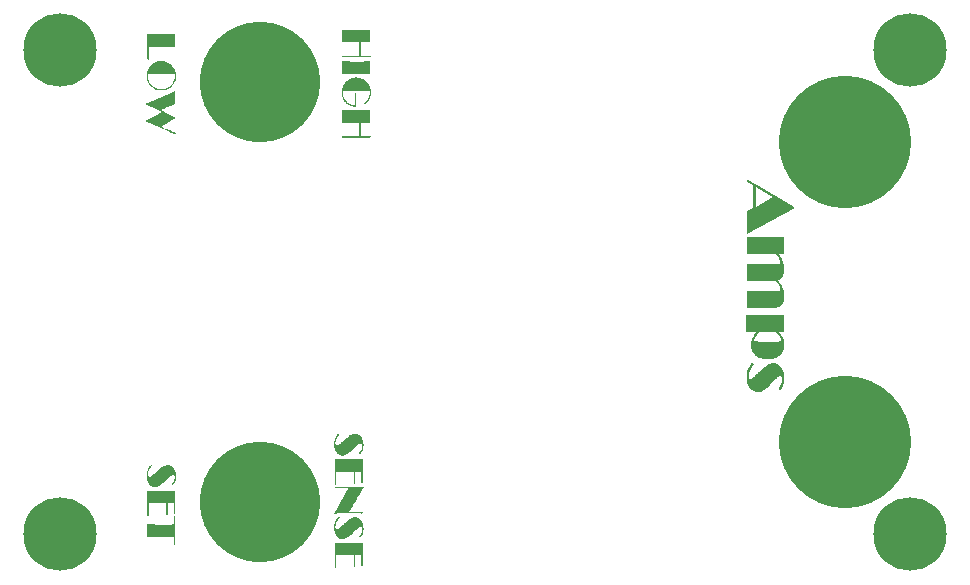
<source format=gts>
G04 Layer_Color=20142*
%FSAX43Y43*%
%MOMM*%
G71*
G01*
G75*
%ADD14C,11.203*%
%ADD15C,10.203*%
%ADD16C,6.203*%
G36*
X0089350Y0090552D02*
X0089258Y0090555D01*
X0088539Y0090563D01*
Y0090559D01*
Y0090555D01*
Y0090544D01*
Y0090530D01*
X0088536Y0090511D01*
Y0090489D01*
Y0090459D01*
Y0090426D01*
X0088532Y0090393D01*
Y0090348D01*
Y0090304D01*
Y0090252D01*
X0088528Y0090200D01*
Y0090137D01*
Y0090074D01*
Y0090004D01*
Y0090000D01*
Y0089989D01*
Y0089970D01*
Y0089944D01*
Y0089915D01*
Y0089881D01*
Y0089841D01*
Y0089800D01*
X0088532Y0089707D01*
Y0089611D01*
X0088536Y0089515D01*
X0088539Y0089422D01*
X0089024Y0089430D01*
X0089239Y0089433D01*
X0089287D01*
X0089324Y0089430D01*
X0089339Y0089426D01*
X0089354Y0089422D01*
X0089358Y0089419D01*
X0089369Y0089407D01*
X0089380Y0089393D01*
X0089384Y0089363D01*
Y0089359D01*
Y0089352D01*
X0089380Y0089341D01*
X0089369Y0089326D01*
X0089358Y0089315D01*
X0089339Y0089304D01*
X0089313Y0089296D01*
X0089276Y0089293D01*
X0089158D01*
X0088776Y0089300D01*
X0088158Y0089304D01*
X0087517Y0089300D01*
X0087065Y0089293D01*
X0087032D01*
X0087006Y0089300D01*
X0086984Y0089307D01*
X0086980Y0089311D01*
X0086973Y0089319D01*
X0086965Y0089337D01*
X0086962Y0089363D01*
Y0089370D01*
X0086965Y0089385D01*
X0086973Y0089404D01*
X0086988Y0089419D01*
X0086991Y0089422D01*
X0087006Y0089426D01*
X0087032Y0089430D01*
X0087051Y0089433D01*
X0087217D01*
X0088084Y0089422D01*
X0088406D01*
Y0089489D01*
X0088417Y0089826D01*
X0088406Y0090563D01*
X0087928D01*
X0086995Y0090552D01*
Y0091611D01*
X0088487Y0091600D01*
X0088884Y0091607D01*
X0089247D01*
X0089350Y0091611D01*
Y0090552D01*
D02*
G37*
G36*
X0071140Y0098040D02*
X0071540Y0098037D01*
X0071996D01*
X0072688Y0098040D01*
X0072840Y0098037D01*
Y0096989D01*
X0072477Y0096996D01*
X0071903Y0097000D01*
X0071485D01*
X0070596Y0096992D01*
X0070592Y0096870D01*
X0070607Y0096129D01*
Y0095996D01*
Y0095992D01*
Y0095981D01*
X0070604Y0095963D01*
X0070600Y0095944D01*
X0070592Y0095926D01*
X0070581Y0095907D01*
X0070566Y0095896D01*
X0070544Y0095892D01*
X0070537D01*
X0070518Y0095900D01*
X0070507Y0095907D01*
X0070496Y0095915D01*
X0070489Y0095929D01*
X0070485Y0095948D01*
Y0095952D01*
Y0095963D01*
Y0095974D01*
Y0095989D01*
Y0096007D01*
Y0096029D01*
Y0098044D01*
X0071140Y0098040D01*
D02*
G37*
G36*
X0088247Y0094388D02*
X0088284Y0094385D01*
X0088324Y0094377D01*
X0088373Y0094370D01*
X0088424Y0094359D01*
X0088480Y0094348D01*
X0088539Y0094329D01*
X0088602Y0094311D01*
X0088665Y0094285D01*
X0088728Y0094255D01*
X0088795Y0094222D01*
X0088858Y0094185D01*
X0088921Y0094140D01*
X0088924Y0094137D01*
X0088932Y0094133D01*
X0088943Y0094122D01*
X0088958Y0094111D01*
X0089002Y0094070D01*
X0089054Y0094022D01*
X0089113Y0093959D01*
X0089173Y0093881D01*
X0089232Y0093796D01*
X0089287Y0093703D01*
Y0093700D01*
X0089295Y0093692D01*
X0089298Y0093677D01*
X0089310Y0093659D01*
X0089317Y0093633D01*
X0089328Y0093603D01*
X0089343Y0093574D01*
X0089354Y0093537D01*
X0089380Y0093451D01*
X0089398Y0093359D01*
X0089413Y0093259D01*
X0089421Y0093151D01*
Y0093144D01*
Y0093129D01*
X0089417Y0093103D01*
Y0093066D01*
X0089410Y0093022D01*
X0089402Y0092970D01*
X0089391Y0092914D01*
X0089376Y0092852D01*
X0089358Y0092785D01*
X0089336Y0092714D01*
X0089306Y0092644D01*
X0089273Y0092570D01*
X0089232Y0092496D01*
X0089184Y0092422D01*
X0089132Y0092348D01*
X0089069Y0092277D01*
Y0092274D01*
X0089061Y0092270D01*
X0089043Y0092252D01*
X0089017Y0092226D01*
X0088984Y0092192D01*
X0088947Y0092163D01*
X0088910Y0092137D01*
X0088876Y0092118D01*
X0088861Y0092111D01*
X0088843D01*
X0088836Y0092115D01*
X0088821Y0092118D01*
X0088810Y0092129D01*
X0088806Y0092133D01*
X0088802Y0092140D01*
X0088799Y0092155D01*
X0088795Y0092174D01*
Y0092181D01*
X0088802Y0092200D01*
X0088810Y0092211D01*
X0088821Y0092226D01*
X0088836Y0092244D01*
X0088854Y0092259D01*
X0088858Y0092263D01*
X0088873Y0092274D01*
X0088899Y0092296D01*
X0088928Y0092322D01*
X0088961Y0092355D01*
X0089002Y0092396D01*
X0089043Y0092444D01*
X0089087Y0092500D01*
X0089128Y0092559D01*
X0089169Y0092626D01*
X0089210Y0092700D01*
X0089247Y0092777D01*
X0089273Y0092863D01*
X0089298Y0092951D01*
X0089313Y0093044D01*
X0089317Y0093144D01*
Y0093148D01*
Y0093155D01*
Y0093166D01*
Y0093185D01*
X0089313Y0093226D01*
X0089306Y0093274D01*
X0088080Y0093285D01*
X0087039Y0093277D01*
Y0093274D01*
Y0093266D01*
X0087036Y0093251D01*
Y0093237D01*
X0087032Y0093196D01*
X0087028Y0093148D01*
Y0093144D01*
Y0093140D01*
Y0093129D01*
Y0093114D01*
X0087032Y0093077D01*
X0087036Y0093029D01*
X0087043Y0092970D01*
X0087054Y0092907D01*
X0087069Y0092840D01*
X0087091Y0092774D01*
X0087095Y0092770D01*
X0087099Y0092755D01*
X0087110Y0092729D01*
X0087125Y0092700D01*
X0087143Y0092663D01*
X0087165Y0092618D01*
X0087195Y0092570D01*
X0087228Y0092518D01*
X0087269Y0092466D01*
X0087313Y0092411D01*
X0087362Y0092355D01*
X0087417Y0092303D01*
X0087476Y0092248D01*
X0087543Y0092200D01*
X0087617Y0092155D01*
X0087695Y0092115D01*
X0087699D01*
X0087702Y0092111D01*
X0087713Y0092107D01*
X0087728Y0092100D01*
X0087765Y0092085D01*
X0087813Y0092070D01*
X0087869Y0092052D01*
X0087932Y0092033D01*
X0088002Y0092022D01*
X0088073Y0092011D01*
Y0092907D01*
Y0092911D01*
Y0092926D01*
Y0092944D01*
Y0092970D01*
X0088076Y0092992D01*
Y0093014D01*
Y0093037D01*
X0088080Y0093048D01*
X0088084Y0093051D01*
X0088091Y0093059D01*
X0088106Y0093066D01*
X0088128Y0093070D01*
X0088136D01*
X0088147Y0093066D01*
X0088158Y0093059D01*
X0088165Y0093051D01*
X0088176Y0093037D01*
X0088180Y0093014D01*
X0088184Y0092989D01*
Y0092885D01*
Y0091892D01*
X0088162D01*
X0088136Y0091896D01*
X0088099Y0091900D01*
X0088054Y0091903D01*
X0088002Y0091911D01*
X0087947Y0091922D01*
X0087884Y0091937D01*
X0087817Y0091955D01*
X0087747Y0091978D01*
X0087676Y0092003D01*
X0087606Y0092037D01*
X0087532Y0092074D01*
X0087462Y0092115D01*
X0087391Y0092166D01*
X0087325Y0092222D01*
X0087321Y0092226D01*
X0087317Y0092229D01*
X0087306Y0092240D01*
X0087295Y0092252D01*
X0087258Y0092292D01*
X0087217Y0092340D01*
X0087169Y0092403D01*
X0087121Y0092474D01*
X0087073Y0092555D01*
X0087028Y0092644D01*
Y0092648D01*
X0087025Y0092655D01*
X0087017Y0092666D01*
X0087014Y0092685D01*
X0087006Y0092707D01*
X0086995Y0092733D01*
X0086988Y0092763D01*
X0086976Y0092796D01*
X0086958Y0092874D01*
X0086939Y0092959D01*
X0086928Y0093051D01*
X0086925Y0093148D01*
Y0093151D01*
Y0093159D01*
Y0093170D01*
Y0093189D01*
X0086928Y0093207D01*
Y0093233D01*
X0086936Y0093288D01*
X0086947Y0093359D01*
X0086962Y0093437D01*
X0086980Y0093514D01*
X0087010Y0093600D01*
Y0093603D01*
X0087014Y0093611D01*
X0087017Y0093622D01*
X0087025Y0093637D01*
X0087047Y0093677D01*
X0087073Y0093729D01*
X0087106Y0093792D01*
X0087147Y0093855D01*
X0087195Y0093922D01*
X0087251Y0093988D01*
X0087254Y0093992D01*
X0087262Y0094000D01*
X0087273Y0094011D01*
X0087288Y0094025D01*
X0087306Y0094044D01*
X0087328Y0094062D01*
X0087388Y0094111D01*
X0087458Y0094162D01*
X0087539Y0094218D01*
X0087632Y0094266D01*
X0087732Y0094311D01*
X0087736D01*
X0087743Y0094314D01*
X0087754Y0094318D01*
X0087769Y0094322D01*
X0087791Y0094329D01*
X0087813Y0094337D01*
X0087873Y0094351D01*
X0087939Y0094366D01*
X0088013Y0094381D01*
X0088095Y0094388D01*
X0088176Y0094392D01*
X0088217D01*
X0088247Y0094388D01*
D02*
G37*
G36*
X0089350Y0097366D02*
X0089258Y0097370D01*
X0088539Y0097377D01*
Y0097373D01*
Y0097370D01*
Y0097358D01*
Y0097344D01*
X0088536Y0097325D01*
Y0097303D01*
Y0097273D01*
Y0097240D01*
X0088532Y0097207D01*
Y0097162D01*
Y0097118D01*
Y0097066D01*
X0088528Y0097014D01*
Y0096951D01*
Y0096888D01*
Y0096818D01*
Y0096814D01*
Y0096803D01*
Y0096784D01*
Y0096759D01*
Y0096729D01*
Y0096696D01*
Y0096655D01*
Y0096614D01*
X0088532Y0096521D01*
Y0096425D01*
X0088536Y0096329D01*
X0088539Y0096236D01*
X0089024Y0096244D01*
X0089239Y0096247D01*
X0089287D01*
X0089324Y0096244D01*
X0089339Y0096240D01*
X0089354Y0096236D01*
X0089358Y0096233D01*
X0089369Y0096222D01*
X0089380Y0096207D01*
X0089384Y0096177D01*
Y0096173D01*
Y0096166D01*
X0089380Y0096155D01*
X0089369Y0096140D01*
X0089358Y0096129D01*
X0089339Y0096118D01*
X0089313Y0096110D01*
X0089276Y0096107D01*
X0089158D01*
X0088776Y0096114D01*
X0088158Y0096118D01*
X0087517Y0096114D01*
X0087065Y0096107D01*
X0087032D01*
X0087006Y0096114D01*
X0086984Y0096122D01*
X0086980Y0096125D01*
X0086973Y0096133D01*
X0086965Y0096151D01*
X0086962Y0096177D01*
Y0096184D01*
X0086965Y0096199D01*
X0086973Y0096218D01*
X0086988Y0096233D01*
X0086991Y0096236D01*
X0087006Y0096240D01*
X0087032Y0096244D01*
X0087051Y0096247D01*
X0087217D01*
X0088084Y0096236D01*
X0088406D01*
Y0096303D01*
X0088417Y0096640D01*
X0088406Y0097377D01*
X0087928D01*
X0086995Y0097366D01*
Y0098425D01*
X0088487Y0098414D01*
X0088884Y0098421D01*
X0089247D01*
X0089350Y0098425D01*
Y0097366D01*
D02*
G37*
G36*
Y0095744D02*
Y0094688D01*
X0089228D01*
X0088284Y0094699D01*
X0086995Y0094688D01*
Y0095744D01*
X0088402Y0095733D01*
X0089265Y0095747D01*
X0089350Y0095744D01*
D02*
G37*
G36*
X0072840Y0057577D02*
Y0057573D01*
Y0057558D01*
Y0057536D01*
Y0057514D01*
Y0057488D01*
X0072837Y0057466D01*
Y0057447D01*
X0072833Y0057436D01*
Y0057432D01*
X0072829Y0057429D01*
X0072822Y0057414D01*
X0072803Y0057403D01*
X0072792Y0057395D01*
X0072770D01*
X0072748Y0057407D01*
X0072737Y0057414D01*
X0072729Y0057429D01*
X0072722Y0057447D01*
X0072718Y0057473D01*
Y0057484D01*
X0072729Y0058347D01*
X0072192Y0058358D01*
X0072189Y0058173D01*
X0072200Y0057566D01*
X0072203Y0057432D01*
Y0057429D01*
Y0057421D01*
Y0057407D01*
Y0057392D01*
X0072196Y0057362D01*
X0072192Y0057347D01*
X0072189Y0057336D01*
X0072185Y0057332D01*
X0072177Y0057321D01*
X0072163Y0057314D01*
X0072140Y0057310D01*
X0072129D01*
X0072118Y0057318D01*
X0072107Y0057325D01*
X0072096Y0057340D01*
X0072085Y0057358D01*
X0072077Y0057388D01*
X0072074Y0057425D01*
X0072077Y0057562D01*
X0072085Y0058358D01*
X0071785D01*
X0070596Y0058347D01*
X0070600Y0057762D01*
X0070607Y0057347D01*
Y0057344D01*
Y0057332D01*
X0070604Y0057314D01*
X0070600Y0057295D01*
X0070592Y0057277D01*
X0070581Y0057258D01*
X0070566Y0057247D01*
X0070544Y0057244D01*
X0070537D01*
X0070518Y0057251D01*
X0070496Y0057266D01*
X0070489Y0057277D01*
X0070485Y0057295D01*
Y0057299D01*
Y0057307D01*
Y0057318D01*
Y0057336D01*
Y0057362D01*
Y0057395D01*
Y0057440D01*
Y0059403D01*
X0070574D01*
X0071148Y0059399D01*
X0071766Y0059392D01*
X0072840Y0059403D01*
Y0057577D01*
D02*
G37*
G36*
X0072800Y0057221D02*
X0072822Y0057207D01*
X0072829Y0057195D01*
X0072833Y0057181D01*
Y0057177D01*
X0072837Y0057166D01*
Y0057155D01*
Y0057140D01*
X0072840Y0057121D01*
Y0057099D01*
Y0054981D01*
Y0054977D01*
Y0054962D01*
Y0054944D01*
X0072837Y0054922D01*
Y0054899D01*
X0072833Y0054881D01*
Y0054862D01*
X0072829Y0054851D01*
X0072826Y0054844D01*
X0072818Y0054833D01*
X0072800Y0054822D01*
X0072770Y0054814D01*
X0072763D01*
X0072751Y0054818D01*
X0072740Y0054825D01*
X0072729Y0054836D01*
X0072722Y0054851D01*
X0072714Y0054873D01*
X0072711Y0054903D01*
X0072718Y0055055D01*
X0072726Y0055451D01*
Y0055485D01*
X0072185Y0055492D01*
X0071670Y0055496D01*
X0070485Y0055492D01*
Y0056544D01*
X0071859Y0056533D01*
X0072326Y0056540D01*
X0072726Y0056544D01*
X0072718Y0056773D01*
X0072711Y0057099D01*
Y0057147D01*
Y0057151D01*
Y0057158D01*
X0072714Y0057173D01*
X0072718Y0057188D01*
X0072726Y0057203D01*
X0072737Y0057218D01*
X0072751Y0057225D01*
X0072770Y0057229D01*
X0072777D01*
X0072800Y0057221D01*
D02*
G37*
G36*
X0070841Y0061591D02*
X0070852Y0061588D01*
X0070866Y0061580D01*
X0070870Y0061576D01*
X0070878Y0061569D01*
X0070881Y0061554D01*
X0070885Y0061536D01*
Y0061532D01*
X0070878Y0061517D01*
X0070866Y0061495D01*
X0070852Y0061480D01*
X0070837Y0061465D01*
X0070829Y0061458D01*
X0070815Y0061443D01*
X0070789Y0061414D01*
X0070755Y0061376D01*
X0070718Y0061332D01*
X0070681Y0061277D01*
X0070644Y0061214D01*
X0070611Y0061147D01*
Y0061143D01*
X0070607Y0061139D01*
X0070604Y0061128D01*
X0070596Y0061114D01*
X0070585Y0061077D01*
X0070570Y0061028D01*
X0070552Y0060973D01*
X0070541Y0060910D01*
X0070529Y0060843D01*
X0070526Y0060777D01*
Y0060773D01*
Y0060769D01*
X0070529Y0060743D01*
X0070533Y0060714D01*
X0070541Y0060673D01*
X0070555Y0060636D01*
X0070578Y0060606D01*
X0070607Y0060580D01*
X0070626Y0060577D01*
X0070648Y0060573D01*
X0070663D01*
X0070678Y0060577D01*
X0070700Y0060580D01*
X0070726Y0060591D01*
X0070755Y0060603D01*
X0070789Y0060621D01*
X0070822Y0060643D01*
X0070826Y0060647D01*
X0070841Y0060658D01*
X0070870Y0060680D01*
X0070907Y0060714D01*
X0070963Y0060758D01*
X0070992Y0060784D01*
X0071029Y0060817D01*
X0071066Y0060851D01*
X0071111Y0060891D01*
X0071159Y0060936D01*
X0071211Y0060984D01*
X0071215Y0060988D01*
X0071226Y0060999D01*
X0071244Y0061017D01*
X0071270Y0061040D01*
X0071300Y0061065D01*
X0071337Y0061095D01*
X0071415Y0061165D01*
X0071500Y0061239D01*
X0071592Y0061314D01*
X0071674Y0061380D01*
X0071715Y0061410D01*
X0071748Y0061432D01*
X0071752D01*
X0071759Y0061439D01*
X0071770Y0061447D01*
X0071789Y0061454D01*
X0071807Y0061465D01*
X0071833Y0061480D01*
X0071892Y0061506D01*
X0071959Y0061532D01*
X0072033Y0061558D01*
X0072114Y0061573D01*
X0072192Y0061580D01*
X0072207D01*
X0072222Y0061576D01*
X0072244D01*
X0072270Y0061573D01*
X0072303Y0061565D01*
X0072374Y0061543D01*
X0072414Y0061528D01*
X0072459Y0061510D01*
X0072500Y0061488D01*
X0072544Y0061462D01*
X0072588Y0061428D01*
X0072629Y0061391D01*
X0072670Y0061347D01*
X0072711Y0061299D01*
X0072714Y0061295D01*
X0072718Y0061288D01*
X0072729Y0061269D01*
X0072740Y0061251D01*
X0072759Y0061221D01*
X0072774Y0061188D01*
X0072792Y0061151D01*
X0072811Y0061110D01*
X0072829Y0061062D01*
X0072848Y0061010D01*
X0072866Y0060954D01*
X0072881Y0060891D01*
X0072892Y0060828D01*
X0072903Y0060758D01*
X0072907Y0060688D01*
X0072911Y0060614D01*
Y0060610D01*
Y0060603D01*
Y0060584D01*
Y0060565D01*
X0072907Y0060540D01*
X0072903Y0060510D01*
X0072900Y0060477D01*
X0072896Y0060440D01*
X0072881Y0060362D01*
X0072863Y0060273D01*
X0072833Y0060180D01*
X0072792Y0060091D01*
X0072788Y0060088D01*
X0072785Y0060077D01*
X0072774Y0060058D01*
X0072763Y0060036D01*
X0072729Y0059988D01*
X0072688Y0059936D01*
X0072685Y0059932D01*
X0072677Y0059925D01*
X0072655Y0059903D01*
X0072622Y0059880D01*
X0072607Y0059873D01*
X0072592Y0059869D01*
X0072588D01*
X0072581Y0059873D01*
X0072566Y0059877D01*
X0072555Y0059888D01*
X0072551Y0059891D01*
X0072548Y0059899D01*
X0072544Y0059910D01*
X0072540Y0059925D01*
Y0059929D01*
X0072548Y0059947D01*
X0072563Y0059973D01*
X0072574Y0059991D01*
X0072592Y0060014D01*
X0072596Y0060017D01*
X0072607Y0060032D01*
X0072622Y0060051D01*
X0072644Y0060080D01*
X0072666Y0060114D01*
X0072692Y0060154D01*
X0072718Y0060203D01*
X0072740Y0060258D01*
X0072744Y0060266D01*
X0072751Y0060284D01*
X0072759Y0060314D01*
X0072770Y0060351D01*
X0072781Y0060395D01*
X0072792Y0060447D01*
X0072796Y0060499D01*
X0072800Y0060551D01*
Y0060554D01*
Y0060565D01*
X0072796Y0060580D01*
Y0060599D01*
X0072781Y0060647D01*
X0072774Y0060669D01*
X0072759Y0060691D01*
Y0060695D01*
X0072751Y0060699D01*
X0072733Y0060717D01*
X0072703Y0060736D01*
X0072685Y0060740D01*
X0072666Y0060743D01*
X0072651D01*
X0072637Y0060740D01*
X0072618Y0060736D01*
X0072592Y0060728D01*
X0072559Y0060714D01*
X0072526Y0060699D01*
X0072489Y0060677D01*
X0072485Y0060673D01*
X0072470Y0060662D01*
X0072448Y0060647D01*
X0072418Y0060625D01*
X0072381Y0060591D01*
X0072333Y0060554D01*
X0072281Y0060506D01*
X0072222Y0060451D01*
X0072214Y0060443D01*
X0072200Y0060428D01*
X0072170Y0060403D01*
X0072133Y0060369D01*
X0072092Y0060328D01*
X0072040Y0060284D01*
X0071985Y0060232D01*
X0071929Y0060180D01*
X0071807Y0060073D01*
X0071744Y0060021D01*
X0071685Y0059973D01*
X0071629Y0059929D01*
X0071577Y0059888D01*
X0071533Y0059854D01*
X0071492Y0059829D01*
X0071489D01*
X0071485Y0059825D01*
X0071474Y0059817D01*
X0071459Y0059810D01*
X0071422Y0059791D01*
X0071370Y0059766D01*
X0071315Y0059743D01*
X0071248Y0059725D01*
X0071181Y0059710D01*
X0071111Y0059706D01*
X0071085D01*
X0071052Y0059710D01*
X0071015Y0059717D01*
X0070966Y0059729D01*
X0070918Y0059743D01*
X0070863Y0059762D01*
X0070811Y0059791D01*
X0070803Y0059795D01*
X0070789Y0059806D01*
X0070763Y0059825D01*
X0070733Y0059854D01*
X0070696Y0059888D01*
X0070659Y0059929D01*
X0070622Y0059973D01*
X0070585Y0060028D01*
Y0060032D01*
X0070578Y0060040D01*
X0070570Y0060058D01*
X0070559Y0060080D01*
X0070544Y0060106D01*
X0070529Y0060140D01*
X0070515Y0060180D01*
X0070500Y0060221D01*
X0070485Y0060273D01*
X0070470Y0060325D01*
X0070455Y0060384D01*
X0070441Y0060443D01*
X0070429Y0060510D01*
X0070422Y0060580D01*
X0070418Y0060651D01*
X0070415Y0060728D01*
Y0060732D01*
Y0060747D01*
Y0060765D01*
X0070418Y0060791D01*
X0070422Y0060825D01*
X0070426Y0060862D01*
X0070429Y0060906D01*
X0070441Y0060954D01*
X0070463Y0061058D01*
X0070496Y0061169D01*
X0070518Y0061225D01*
X0070548Y0061284D01*
X0070578Y0061339D01*
X0070611Y0061395D01*
Y0061399D01*
X0070618Y0061402D01*
X0070633Y0061425D01*
X0070659Y0061458D01*
X0070689Y0061495D01*
X0070722Y0061532D01*
X0070759Y0061565D01*
X0070796Y0061588D01*
X0070811Y0061591D01*
X0070826Y0061595D01*
X0070829D01*
X0070841Y0061591D01*
D02*
G37*
G36*
X0071718Y0095785D02*
X0071744D01*
X0071777Y0095781D01*
X0071814Y0095774D01*
X0071855Y0095770D01*
X0071948Y0095752D01*
X0072051Y0095722D01*
X0072159Y0095685D01*
X0072266Y0095633D01*
X0072270Y0095629D01*
X0072281Y0095626D01*
X0072300Y0095615D01*
X0072326Y0095596D01*
X0072351Y0095578D01*
X0072389Y0095552D01*
X0072426Y0095522D01*
X0072463Y0095489D01*
X0072507Y0095452D01*
X0072548Y0095411D01*
X0072592Y0095367D01*
X0072637Y0095315D01*
X0072677Y0095259D01*
X0072718Y0095200D01*
X0072759Y0095137D01*
X0072792Y0095070D01*
Y0095067D01*
X0072796Y0095059D01*
X0072803Y0095044D01*
X0072811Y0095026D01*
X0072818Y0095004D01*
X0072829Y0094978D01*
X0072840Y0094948D01*
X0072851Y0094911D01*
X0072870Y0094833D01*
X0072892Y0094744D01*
X0072903Y0094644D01*
X0072911Y0094541D01*
Y0094537D01*
Y0094530D01*
Y0094515D01*
Y0094493D01*
X0072907Y0094470D01*
X0072903Y0094441D01*
X0072900Y0094407D01*
X0072896Y0094374D01*
X0072881Y0094293D01*
X0072863Y0094204D01*
X0072833Y0094111D01*
X0072792Y0094015D01*
X0072788Y0094011D01*
X0072785Y0094000D01*
X0072774Y0093978D01*
X0072759Y0093956D01*
X0072740Y0093922D01*
X0072718Y0093889D01*
X0072692Y0093848D01*
X0072663Y0093804D01*
X0072629Y0093759D01*
X0072588Y0093715D01*
X0072548Y0093667D01*
X0072500Y0093619D01*
X0072448Y0093574D01*
X0072392Y0093530D01*
X0072329Y0093485D01*
X0072266Y0093448D01*
X0072263Y0093444D01*
X0072255Y0093441D01*
X0072237Y0093433D01*
X0072218Y0093422D01*
X0072189Y0093411D01*
X0072159Y0093396D01*
X0072122Y0093382D01*
X0072081Y0093367D01*
X0072037Y0093352D01*
X0071989Y0093341D01*
X0071885Y0093315D01*
X0071770Y0093296D01*
X0071711Y0093289D01*
X0071603D01*
X0071577Y0093293D01*
X0071548Y0093296D01*
X0071518Y0093300D01*
X0071481Y0093304D01*
X0071403Y0093319D01*
X0071315Y0093341D01*
X0071222Y0093370D01*
X0071126Y0093411D01*
X0071122Y0093415D01*
X0071111Y0093419D01*
X0071089Y0093430D01*
X0071063Y0093444D01*
X0071033Y0093463D01*
X0070996Y0093485D01*
X0070959Y0093515D01*
X0070915Y0093548D01*
X0070870Y0093581D01*
X0070822Y0093622D01*
X0070774Y0093670D01*
X0070726Y0093719D01*
X0070681Y0093774D01*
X0070637Y0093833D01*
X0070592Y0093896D01*
X0070555Y0093963D01*
Y0093967D01*
X0070548Y0093974D01*
X0070544Y0093989D01*
X0070533Y0094011D01*
X0070522Y0094037D01*
X0070511Y0094067D01*
X0070500Y0094100D01*
X0070485Y0094137D01*
X0070459Y0094226D01*
X0070437Y0094322D01*
X0070422Y0094430D01*
X0070415Y0094541D01*
Y0094544D01*
Y0094555D01*
Y0094574D01*
X0070418Y0094596D01*
Y0094622D01*
X0070422Y0094659D01*
X0070429Y0094696D01*
X0070433Y0094737D01*
X0070455Y0094830D01*
X0070481Y0094933D01*
X0070522Y0095041D01*
X0070544Y0095092D01*
X0070574Y0095148D01*
X0070578Y0095152D01*
X0070585Y0095163D01*
X0070596Y0095185D01*
X0070615Y0095211D01*
X0070637Y0095241D01*
X0070663Y0095278D01*
X0070692Y0095318D01*
X0070729Y0095359D01*
X0070770Y0095404D01*
X0070815Y0095448D01*
X0070863Y0095492D01*
X0070918Y0095537D01*
X0070974Y0095581D01*
X0071037Y0095622D01*
X0071103Y0095659D01*
X0071174Y0095692D01*
X0071178D01*
X0071185Y0095696D01*
X0071196Y0095700D01*
X0071215Y0095707D01*
X0071237Y0095715D01*
X0071263Y0095722D01*
X0071326Y0095741D01*
X0071396Y0095759D01*
X0071481Y0095774D01*
X0071570Y0095785D01*
X0071663Y0095789D01*
X0071692D01*
X0071718Y0095785D01*
D02*
G37*
G36*
X0072840Y0092159D02*
X0072459Y0092011D01*
X0072451Y0092008D01*
X0072433Y0092000D01*
X0072403Y0091989D01*
X0072366Y0091974D01*
X0072318Y0091952D01*
X0072266Y0091930D01*
X0072203Y0091908D01*
X0072140Y0091878D01*
X0072003Y0091822D01*
X0071859Y0091759D01*
X0071792Y0091730D01*
X0071726Y0091704D01*
X0071663Y0091674D01*
X0071607Y0091648D01*
X0072192Y0091330D01*
X0072414Y0091211D01*
X0072559Y0091134D01*
X0072807Y0091000D01*
X0072811D01*
X0072818Y0090993D01*
X0072829Y0090989D01*
X0072844Y0090982D01*
X0072881Y0090960D01*
X0072918Y0090941D01*
X0072422Y0090686D01*
X0072418Y0090682D01*
X0072403Y0090674D01*
X0072381Y0090663D01*
X0072351Y0090648D01*
X0072311Y0090626D01*
X0072266Y0090604D01*
X0072218Y0090574D01*
X0072163Y0090545D01*
X0072103Y0090511D01*
X0072037Y0090474D01*
X0071900Y0090397D01*
X0071755Y0090315D01*
X0071607Y0090226D01*
X0071611D01*
X0071615Y0090223D01*
X0071637Y0090215D01*
X0071670Y0090200D01*
X0071718Y0090178D01*
X0071777Y0090156D01*
X0071844Y0090130D01*
X0071918Y0090097D01*
X0072000Y0090063D01*
X0072085Y0090030D01*
X0072177Y0089993D01*
X0072370Y0089915D01*
X0072563Y0089841D01*
X0072659Y0089804D01*
X0072751Y0089771D01*
X0072755D01*
X0072766Y0089767D01*
X0072777Y0089760D01*
X0072796Y0089752D01*
X0072829Y0089741D01*
X0072840Y0089734D01*
X0072851Y0089726D01*
X0072855Y0089723D01*
X0072863Y0089712D01*
X0072870Y0089693D01*
X0072874Y0089663D01*
Y0089656D01*
X0072870Y0089645D01*
X0072866Y0089623D01*
X0072855Y0089604D01*
X0072851Y0089600D01*
X0072844Y0089589D01*
X0072829Y0089582D01*
X0072811Y0089578D01*
X0072803Y0089582D01*
X0072788Y0089586D01*
X0072763Y0089597D01*
X0072744Y0089604D01*
X0072722Y0089612D01*
X0072696Y0089623D01*
X0072663Y0089637D01*
X0072629Y0089652D01*
X0072585Y0089671D01*
X0072540Y0089689D01*
X0072485Y0089715D01*
X0072259Y0089815D01*
X0070318Y0090671D01*
X0071118Y0091097D01*
X0071711Y0091430D01*
X0071229Y0091697D01*
X0070481Y0092100D01*
X0070318Y0092182D01*
X0071137Y0092515D01*
X0071852Y0092808D01*
X0071859Y0092811D01*
X0071874Y0092819D01*
X0071903Y0092830D01*
X0071940Y0092845D01*
X0071989Y0092863D01*
X0072044Y0092885D01*
X0072107Y0092911D01*
X0072174Y0092941D01*
X0072248Y0092974D01*
X0072322Y0093004D01*
X0072485Y0093078D01*
X0072651Y0093152D01*
X0072814Y0093226D01*
X0072840Y0093237D01*
Y0092159D01*
D02*
G37*
G36*
X0088715Y0053171D02*
Y0053167D01*
Y0053152D01*
Y0053130D01*
Y0053108D01*
Y0053082D01*
X0088712Y0053059D01*
Y0053041D01*
X0088708Y0053030D01*
Y0053026D01*
X0088704Y0053022D01*
X0088697Y0053008D01*
X0088678Y0052996D01*
X0088667Y0052989D01*
X0088645D01*
X0088623Y0053000D01*
X0088612Y0053008D01*
X0088604Y0053022D01*
X0088597Y0053041D01*
X0088593Y0053067D01*
Y0053078D01*
X0088604Y0053941D01*
X0088067Y0053952D01*
X0088064Y0053767D01*
X0088075Y0053159D01*
X0088078Y0053026D01*
Y0053022D01*
Y0053015D01*
Y0053000D01*
Y0052985D01*
X0088071Y0052956D01*
X0088067Y0052941D01*
X0088064Y0052930D01*
X0088060Y0052926D01*
X0088052Y0052915D01*
X0088038Y0052908D01*
X0088015Y0052904D01*
X0088004D01*
X0087993Y0052911D01*
X0087982Y0052919D01*
X0087971Y0052934D01*
X0087960Y0052952D01*
X0087952Y0052982D01*
X0087949Y0053019D01*
X0087952Y0053156D01*
X0087960Y0053952D01*
X0087660D01*
X0086471Y0053941D01*
X0086475Y0053356D01*
X0086482Y0052941D01*
Y0052937D01*
Y0052926D01*
X0086479Y0052908D01*
X0086475Y0052889D01*
X0086467Y0052871D01*
X0086456Y0052852D01*
X0086441Y0052841D01*
X0086419Y0052837D01*
X0086412D01*
X0086393Y0052845D01*
X0086371Y0052859D01*
X0086364Y0052871D01*
X0086360Y0052889D01*
Y0052893D01*
Y0052900D01*
Y0052911D01*
Y0052930D01*
Y0052956D01*
Y0052989D01*
Y0053034D01*
Y0054996D01*
X0086449D01*
X0087023Y0054993D01*
X0087641Y0054985D01*
X0088715Y0054996D01*
Y0053171D01*
D02*
G37*
G36*
X0121345Y0085719D02*
X0121387Y0085701D01*
X0121447Y0085671D01*
X0121453Y0085665D01*
X0121472Y0085659D01*
X0121508Y0085635D01*
X0121538Y0085623D01*
X0121568Y0085605D01*
X0121604Y0085581D01*
X0121652Y0085557D01*
X0121706Y0085526D01*
X0121766Y0085490D01*
X0121839Y0085448D01*
X0121917Y0085400D01*
X0122007Y0085352D01*
X0122103Y0085292D01*
X0124962Y0083589D01*
X0125341Y0083372D01*
X0121285Y0081128D01*
Y0083077D01*
X0121796Y0083348D01*
Y0084287D01*
Y0085111D01*
Y0085250D01*
X0121460Y0085436D01*
X0121453Y0085442D01*
X0121435Y0085448D01*
X0121405Y0085466D01*
X0121375Y0085484D01*
X0121315Y0085520D01*
X0121285Y0085538D01*
X0121267Y0085557D01*
X0121261Y0085563D01*
X0121249Y0085575D01*
X0121237Y0085605D01*
X0121231Y0085635D01*
Y0085641D01*
Y0085647D01*
X0121243Y0085677D01*
X0121267Y0085713D01*
X0121285Y0085719D01*
X0121309Y0085725D01*
X0121315D01*
X0121345Y0085719D01*
D02*
G37*
G36*
X0123541Y0070219D02*
X0123596Y0070206D01*
X0123656Y0070194D01*
X0123722Y0070176D01*
X0123794Y0070146D01*
X0123866Y0070104D01*
X0123872Y0070098D01*
X0123896Y0070080D01*
X0123933Y0070056D01*
X0123981Y0070014D01*
X0124029Y0069972D01*
X0124083Y0069912D01*
X0124137Y0069845D01*
X0124191Y0069767D01*
Y0069761D01*
X0124203Y0069749D01*
X0124215Y0069731D01*
X0124227Y0069701D01*
X0124245Y0069665D01*
X0124264Y0069629D01*
X0124282Y0069581D01*
X0124306Y0069527D01*
X0124348Y0069400D01*
X0124384Y0069262D01*
X0124408Y0069105D01*
X0124420Y0068937D01*
Y0068931D01*
Y0068919D01*
Y0068901D01*
Y0068877D01*
X0124414Y0068847D01*
Y0068804D01*
X0124402Y0068714D01*
X0124384Y0068606D01*
X0124354Y0068480D01*
X0124318Y0068347D01*
X0124270Y0068203D01*
Y0068197D01*
X0124264Y0068191D01*
X0124252Y0068155D01*
X0124227Y0068106D01*
X0124197Y0068052D01*
X0124161Y0067998D01*
X0124119Y0067950D01*
X0124071Y0067914D01*
X0124047Y0067908D01*
X0124023Y0067902D01*
X0124017D01*
X0123999Y0067908D01*
X0123975Y0067914D01*
X0123945Y0067938D01*
X0123939Y0067944D01*
X0123933Y0067962D01*
X0123921Y0067986D01*
X0123915Y0068022D01*
Y0068034D01*
X0123921Y0068046D01*
X0123927Y0068064D01*
X0123939Y0068094D01*
X0123957Y0068131D01*
X0123981Y0068173D01*
X0124017Y0068221D01*
Y0068227D01*
X0124029Y0068233D01*
X0124035Y0068251D01*
X0124053Y0068275D01*
X0124083Y0068335D01*
X0124125Y0068413D01*
X0124167Y0068510D01*
X0124197Y0068618D01*
X0124221Y0068738D01*
X0124233Y0068871D01*
Y0068877D01*
Y0068889D01*
Y0068913D01*
X0124227Y0068937D01*
X0124215Y0068997D01*
X0124191Y0069057D01*
X0124185Y0069069D01*
X0124161Y0069087D01*
X0124125Y0069105D01*
X0124071Y0069117D01*
X0124053D01*
X0124035Y0069111D01*
X0124005Y0069105D01*
X0123969Y0069087D01*
X0123927Y0069069D01*
X0123884Y0069039D01*
X0123830Y0069003D01*
X0123824Y0068997D01*
X0123800Y0068979D01*
X0123764Y0068949D01*
X0123716Y0068901D01*
X0123644Y0068835D01*
X0123560Y0068756D01*
X0123457Y0068654D01*
X0123337Y0068528D01*
X0123331Y0068522D01*
X0123325Y0068510D01*
X0123307Y0068498D01*
X0123283Y0068474D01*
X0123223Y0068413D01*
X0123156Y0068341D01*
X0123078Y0068269D01*
X0123006Y0068197D01*
X0122940Y0068131D01*
X0122916Y0068106D01*
X0122892Y0068088D01*
X0122886Y0068082D01*
X0122874Y0068070D01*
X0122849Y0068052D01*
X0122825Y0068028D01*
X0122789Y0067998D01*
X0122747Y0067968D01*
X0122651Y0067902D01*
X0122639Y0067896D01*
X0122609Y0067878D01*
X0122561Y0067854D01*
X0122500Y0067824D01*
X0122422Y0067800D01*
X0122338Y0067776D01*
X0122242Y0067757D01*
X0122139Y0067751D01*
X0122097D01*
X0122067Y0067757D01*
X0122031Y0067763D01*
X0121989Y0067776D01*
X0121893Y0067806D01*
X0121833Y0067824D01*
X0121778Y0067854D01*
X0121718Y0067890D01*
X0121664Y0067926D01*
X0121604Y0067980D01*
X0121550Y0068034D01*
X0121496Y0068100D01*
X0121441Y0068173D01*
Y0068179D01*
X0121429Y0068191D01*
X0121423Y0068209D01*
X0121405Y0068233D01*
X0121393Y0068269D01*
X0121375Y0068305D01*
X0121351Y0068353D01*
X0121333Y0068407D01*
X0121291Y0068528D01*
X0121261Y0068672D01*
X0121237Y0068835D01*
X0121225Y0069015D01*
Y0069021D01*
Y0069039D01*
Y0069069D01*
X0121231Y0069111D01*
Y0069159D01*
X0121237Y0069214D01*
X0121243Y0069280D01*
X0121255Y0069346D01*
X0121285Y0069502D01*
X0121327Y0069665D01*
X0121387Y0069839D01*
X0121466Y0070002D01*
X0121472Y0070008D01*
X0121478Y0070020D01*
X0121496Y0070044D01*
X0121514Y0070068D01*
X0121550Y0070128D01*
X0121574Y0070152D01*
X0121592Y0070176D01*
X0121598Y0070182D01*
X0121622Y0070194D01*
X0121658Y0070213D01*
X0121694Y0070219D01*
X0121712D01*
X0121748Y0070206D01*
X0121766Y0070194D01*
X0121784Y0070170D01*
X0121796Y0070146D01*
X0121802Y0070110D01*
Y0070098D01*
X0121790Y0070074D01*
X0121766Y0070026D01*
X0121748Y0069996D01*
X0121718Y0069966D01*
X0121712Y0069960D01*
X0121694Y0069942D01*
X0121670Y0069906D01*
X0121640Y0069864D01*
X0121604Y0069809D01*
X0121568Y0069737D01*
X0121526Y0069659D01*
X0121490Y0069569D01*
Y0069563D01*
X0121484Y0069557D01*
X0121478Y0069527D01*
X0121460Y0069472D01*
X0121447Y0069412D01*
X0121429Y0069334D01*
X0121411Y0069256D01*
X0121405Y0069165D01*
X0121399Y0069081D01*
Y0069075D01*
Y0069063D01*
Y0069045D01*
X0121405Y0069021D01*
X0121411Y0068973D01*
X0121429Y0068925D01*
X0121435Y0068919D01*
X0121460Y0068895D01*
X0121490Y0068877D01*
X0121538Y0068871D01*
X0121550D01*
X0121580Y0068877D01*
X0121634Y0068901D01*
X0121664Y0068919D01*
X0121694Y0068943D01*
X0121700Y0068949D01*
X0121712Y0068955D01*
X0121736Y0068979D01*
X0121778Y0069009D01*
X0121827Y0069051D01*
X0121887Y0069105D01*
X0121965Y0069178D01*
X0122055Y0069262D01*
X0122061Y0069268D01*
X0122085Y0069286D01*
X0122115Y0069322D01*
X0122158Y0069358D01*
X0122212Y0069412D01*
X0122272Y0069466D01*
X0122338Y0069527D01*
X0122410Y0069593D01*
X0122561Y0069725D01*
X0122705Y0069851D01*
X0122777Y0069912D01*
X0122843Y0069966D01*
X0122904Y0070014D01*
X0122958Y0070050D01*
X0122964D01*
X0122970Y0070056D01*
X0123006Y0070074D01*
X0123054Y0070104D01*
X0123120Y0070134D01*
X0123198Y0070170D01*
X0123283Y0070194D01*
X0123373Y0070219D01*
X0123463Y0070225D01*
X0123499D01*
X0123541Y0070219D01*
D02*
G37*
G36*
X0124348Y0079443D02*
X0123951D01*
Y0079437D01*
X0123963Y0079431D01*
X0123975Y0079413D01*
X0123987Y0079389D01*
X0124029Y0079329D01*
X0124083Y0079244D01*
X0124137Y0079154D01*
X0124197Y0079046D01*
X0124252Y0078932D01*
X0124300Y0078817D01*
Y0078811D01*
X0124306Y0078805D01*
X0124312Y0078787D01*
X0124318Y0078763D01*
X0124336Y0078703D01*
X0124360Y0078625D01*
X0124384Y0078528D01*
X0124402Y0078426D01*
X0124414Y0078312D01*
X0124420Y0078197D01*
Y0078191D01*
Y0078179D01*
Y0078149D01*
X0124414Y0078119D01*
Y0078077D01*
X0124408Y0078035D01*
X0124390Y0077927D01*
X0124366Y0077806D01*
X0124324Y0077680D01*
X0124264Y0077554D01*
X0124185Y0077439D01*
X0124179Y0077433D01*
X0124167Y0077421D01*
X0124143Y0077397D01*
X0124113Y0077373D01*
X0124071Y0077337D01*
X0124023Y0077307D01*
X0123963Y0077271D01*
X0123890Y0077235D01*
X0123896Y0077229D01*
X0123903Y0077217D01*
X0123915Y0077199D01*
X0123939Y0077174D01*
X0123957Y0077138D01*
X0123987Y0077102D01*
X0124047Y0077012D01*
X0124113Y0076910D01*
X0124179Y0076795D01*
X0124239Y0076681D01*
X0124294Y0076561D01*
Y0076555D01*
X0124300Y0076549D01*
X0124306Y0076531D01*
X0124312Y0076507D01*
X0124336Y0076440D01*
X0124360Y0076356D01*
X0124378Y0076260D01*
X0124402Y0076146D01*
X0124414Y0076019D01*
X0124420Y0075893D01*
Y0075887D01*
Y0075863D01*
Y0075833D01*
X0124414Y0075790D01*
X0124408Y0075736D01*
X0124396Y0075676D01*
X0124366Y0075538D01*
X0124348Y0075466D01*
X0124318Y0075393D01*
X0124288Y0075315D01*
X0124245Y0075243D01*
X0124197Y0075171D01*
X0124143Y0075105D01*
X0124077Y0075050D01*
X0124005Y0074996D01*
X0123999Y0074990D01*
X0123981Y0074984D01*
X0123957Y0074972D01*
X0123927Y0074954D01*
X0123884Y0074942D01*
X0123836Y0074924D01*
X0123722Y0074900D01*
X0123716D01*
X0123692Y0074894D01*
X0123656Y0074888D01*
X0123602Y0074882D01*
X0123535D01*
X0123451Y0074876D01*
X0123355Y0074870D01*
X0123241D01*
X0122507Y0074876D01*
X0122332D01*
X0121399Y0074858D01*
X0121285D01*
Y0076296D01*
X0122170Y0076290D01*
X0123060Y0076272D01*
X0123421Y0076278D01*
X0123728D01*
X0123776Y0076284D01*
X0123878Y0076296D01*
X0123927Y0076308D01*
X0123963Y0076326D01*
X0123969D01*
X0123975Y0076338D01*
X0123987Y0076350D01*
X0124005Y0076368D01*
X0124023Y0076392D01*
X0124035Y0076422D01*
X0124041Y0076458D01*
X0124047Y0076507D01*
Y0076513D01*
Y0076531D01*
X0124041Y0076561D01*
X0124035Y0076597D01*
X0124029Y0076645D01*
X0124011Y0076693D01*
X0123993Y0076753D01*
X0123963Y0076813D01*
X0123957Y0076819D01*
X0123951Y0076844D01*
X0123927Y0076880D01*
X0123903Y0076922D01*
X0123866Y0076976D01*
X0123824Y0077036D01*
X0123776Y0077102D01*
X0123716Y0077174D01*
X0123698D01*
X0123674Y0077168D01*
X0123590D01*
X0123541Y0077162D01*
X0122699D01*
X0121911Y0077168D01*
X0121706D01*
X0121610Y0077162D01*
X0121502D01*
X0121285Y0077156D01*
Y0078595D01*
X0121893Y0078589D01*
X0123211Y0078576D01*
X0123541D01*
X0123674Y0078583D01*
X0123788D01*
X0123836Y0078589D01*
X0123909D01*
X0123927Y0078595D01*
X0123933D01*
X0123945Y0078601D01*
X0123969Y0078613D01*
X0123993Y0078631D01*
X0124011Y0078655D01*
X0124035Y0078691D01*
X0124047Y0078739D01*
X0124053Y0078799D01*
Y0078805D01*
Y0078823D01*
X0124047Y0078847D01*
X0124041Y0078883D01*
X0124035Y0078925D01*
X0124017Y0078974D01*
X0123999Y0079028D01*
X0123969Y0079088D01*
X0123963Y0079094D01*
X0123957Y0079118D01*
X0123933Y0079148D01*
X0123909Y0079190D01*
X0123878Y0079244D01*
X0123836Y0079305D01*
X0123788Y0079371D01*
X0123728Y0079443D01*
X0122543Y0079455D01*
X0121285Y0079443D01*
Y0080875D01*
X0121905D01*
X0122603Y0080869D01*
X0123271D01*
X0124348Y0080875D01*
Y0079443D01*
D02*
G37*
G36*
Y0072818D02*
X0123975Y0072830D01*
Y0072824D01*
X0123987Y0072818D01*
X0124017Y0072782D01*
X0124059Y0072728D01*
X0124107Y0072662D01*
X0124167Y0072577D01*
X0124221Y0072493D01*
X0124276Y0072403D01*
X0124318Y0072313D01*
X0124324Y0072300D01*
X0124336Y0072270D01*
X0124348Y0072222D01*
X0124372Y0072156D01*
X0124390Y0072078D01*
X0124402Y0071988D01*
X0124414Y0071891D01*
X0124420Y0071789D01*
Y0071783D01*
Y0071765D01*
Y0071735D01*
X0124414Y0071693D01*
X0124408Y0071645D01*
X0124396Y0071584D01*
X0124384Y0071518D01*
X0124366Y0071452D01*
X0124342Y0071380D01*
X0124312Y0071302D01*
X0124282Y0071223D01*
X0124239Y0071145D01*
X0124185Y0071067D01*
X0124131Y0070989D01*
X0124065Y0070917D01*
X0123987Y0070844D01*
X0123981Y0070838D01*
X0123969Y0070832D01*
X0123945Y0070814D01*
X0123915Y0070790D01*
X0123878Y0070766D01*
X0123830Y0070742D01*
X0123776Y0070712D01*
X0123716Y0070676D01*
X0123650Y0070646D01*
X0123572Y0070616D01*
X0123493Y0070592D01*
X0123403Y0070568D01*
X0123217Y0070525D01*
X0123108Y0070519D01*
X0123000Y0070513D01*
X0122940D01*
X0122892Y0070519D01*
X0122837Y0070525D01*
X0122777Y0070531D01*
X0122705Y0070543D01*
X0122633Y0070562D01*
X0122464Y0070604D01*
X0122380Y0070634D01*
X0122290Y0070670D01*
X0122200Y0070712D01*
X0122115Y0070766D01*
X0122031Y0070820D01*
X0121953Y0070886D01*
X0121947Y0070892D01*
X0121935Y0070904D01*
X0121917Y0070923D01*
X0121893Y0070947D01*
X0121869Y0070983D01*
X0121833Y0071025D01*
X0121802Y0071073D01*
X0121766Y0071127D01*
X0121730Y0071187D01*
X0121700Y0071253D01*
X0121640Y0071398D01*
X0121616Y0071482D01*
X0121598Y0071566D01*
X0121586Y0071657D01*
X0121580Y0071753D01*
Y0071765D01*
Y0071801D01*
X0121586Y0071855D01*
X0121592Y0071921D01*
X0121604Y0072006D01*
X0121628Y0072096D01*
X0121652Y0072192D01*
X0121688Y0072294D01*
X0121694Y0072307D01*
X0121712Y0072343D01*
X0121736Y0072391D01*
X0121772Y0072457D01*
X0121821Y0072541D01*
X0121881Y0072631D01*
X0121953Y0072728D01*
X0122031Y0072824D01*
X0121562D01*
X0121267Y0072818D01*
X0121159Y0072812D01*
Y0074244D01*
X0121953D01*
X0122699Y0074238D01*
X0124245Y0074244D01*
X0124348D01*
Y0072818D01*
D02*
G37*
G36*
X0088812Y0059737D02*
X0088808Y0059733D01*
X0088800Y0059722D01*
X0088793Y0059707D01*
X0088782Y0059688D01*
X0088767Y0059666D01*
X0088749Y0059640D01*
X0088730Y0059607D01*
X0088712Y0059574D01*
X0088686Y0059533D01*
X0088660Y0059492D01*
X0088634Y0059444D01*
X0088601Y0059392D01*
X0088567Y0059337D01*
X0088534Y0059274D01*
X0088493Y0059211D01*
X0088452Y0059140D01*
X0088412Y0059070D01*
X0088367Y0058992D01*
X0088319Y0058911D01*
X0088267Y0058826D01*
X0088215Y0058733D01*
X0088164Y0058640D01*
X0088104Y0058540D01*
X0088045Y0058437D01*
X0087986Y0058329D01*
X0087923Y0058218D01*
X0087856Y0058100D01*
X0087789Y0057981D01*
X0087719Y0057855D01*
X0087645Y0057726D01*
X0087571Y0057592D01*
X0087856D01*
X0088315Y0057600D01*
X0088523Y0057603D01*
X0088667D01*
X0088682Y0057600D01*
X0088701Y0057596D01*
X0088719Y0057589D01*
X0088734Y0057578D01*
X0088745Y0057563D01*
X0088749Y0057540D01*
Y0057533D01*
X0088745Y0057518D01*
X0088741Y0057503D01*
X0088726Y0057489D01*
X0088723Y0057485D01*
X0088708Y0057478D01*
X0088682Y0057474D01*
X0088645Y0057470D01*
X0088589D01*
X0088575Y0057474D01*
X0088501D01*
X0087919Y0057478D01*
X0087386Y0057481D01*
X0086823Y0057478D01*
X0086264Y0057470D01*
X0086267Y0057474D01*
X0086275Y0057485D01*
X0086286Y0057507D01*
X0086304Y0057537D01*
X0086327Y0057574D01*
X0086356Y0057618D01*
X0086386Y0057674D01*
X0086423Y0057737D01*
X0086464Y0057803D01*
X0086512Y0057881D01*
X0086564Y0057970D01*
X0086616Y0058063D01*
X0086675Y0058163D01*
X0086738Y0058274D01*
X0086808Y0058389D01*
X0086878Y0058514D01*
Y0058518D01*
X0086882Y0058522D01*
X0086897Y0058544D01*
X0086915Y0058581D01*
X0086945Y0058629D01*
X0086975Y0058685D01*
X0087015Y0058755D01*
X0087056Y0058829D01*
X0087104Y0058911D01*
X0087153Y0058996D01*
X0087201Y0059085D01*
X0087304Y0059270D01*
X0087404Y0059451D01*
X0087452Y0059540D01*
X0087497Y0059622D01*
X0087412D01*
X0086519Y0059603D01*
X0086401Y0059600D01*
X0086390D01*
X0086364Y0059607D01*
X0086349Y0059618D01*
X0086338Y0059629D01*
X0086330Y0059648D01*
X0086327Y0059670D01*
Y0059674D01*
Y0059681D01*
X0086330Y0059692D01*
X0086338Y0059703D01*
X0086349Y0059718D01*
X0086364Y0059729D01*
X0086386Y0059737D01*
X0086416Y0059740D01*
X0086538D01*
X0086730Y0059737D01*
X0087619Y0059729D01*
X0088812Y0059740D01*
Y0059737D01*
D02*
G37*
G36*
X0086716Y0057185D02*
X0086727Y0057181D01*
X0086741Y0057174D01*
X0086745Y0057170D01*
X0086753Y0057163D01*
X0086756Y0057148D01*
X0086760Y0057129D01*
Y0057126D01*
X0086753Y0057111D01*
X0086741Y0057089D01*
X0086727Y0057074D01*
X0086712Y0057059D01*
X0086704Y0057052D01*
X0086690Y0057037D01*
X0086664Y0057007D01*
X0086630Y0056970D01*
X0086593Y0056926D01*
X0086556Y0056870D01*
X0086519Y0056807D01*
X0086486Y0056741D01*
Y0056737D01*
X0086482Y0056733D01*
X0086479Y0056722D01*
X0086471Y0056707D01*
X0086460Y0056670D01*
X0086445Y0056622D01*
X0086427Y0056567D01*
X0086416Y0056504D01*
X0086404Y0056437D01*
X0086401Y0056370D01*
Y0056367D01*
Y0056363D01*
X0086404Y0056337D01*
X0086408Y0056307D01*
X0086416Y0056267D01*
X0086430Y0056229D01*
X0086453Y0056200D01*
X0086482Y0056174D01*
X0086501Y0056170D01*
X0086523Y0056167D01*
X0086538D01*
X0086553Y0056170D01*
X0086575Y0056174D01*
X0086601Y0056185D01*
X0086630Y0056196D01*
X0086664Y0056215D01*
X0086697Y0056237D01*
X0086701Y0056241D01*
X0086716Y0056252D01*
X0086745Y0056274D01*
X0086782Y0056307D01*
X0086838Y0056352D01*
X0086867Y0056378D01*
X0086904Y0056411D01*
X0086941Y0056444D01*
X0086986Y0056485D01*
X0087034Y0056529D01*
X0087086Y0056578D01*
X0087090Y0056581D01*
X0087101Y0056592D01*
X0087119Y0056611D01*
X0087145Y0056633D01*
X0087175Y0056659D01*
X0087212Y0056689D01*
X0087290Y0056759D01*
X0087375Y0056833D01*
X0087467Y0056907D01*
X0087549Y0056974D01*
X0087590Y0057003D01*
X0087623Y0057026D01*
X0087627D01*
X0087634Y0057033D01*
X0087645Y0057041D01*
X0087664Y0057048D01*
X0087682Y0057059D01*
X0087708Y0057074D01*
X0087767Y0057100D01*
X0087834Y0057126D01*
X0087908Y0057152D01*
X0087989Y0057166D01*
X0088067Y0057174D01*
X0088082D01*
X0088097Y0057170D01*
X0088119D01*
X0088145Y0057166D01*
X0088178Y0057159D01*
X0088249Y0057137D01*
X0088289Y0057122D01*
X0088334Y0057103D01*
X0088375Y0057081D01*
X0088419Y0057055D01*
X0088463Y0057022D01*
X0088504Y0056985D01*
X0088545Y0056941D01*
X0088586Y0056892D01*
X0088589Y0056889D01*
X0088593Y0056881D01*
X0088604Y0056863D01*
X0088615Y0056844D01*
X0088634Y0056815D01*
X0088649Y0056781D01*
X0088667Y0056744D01*
X0088686Y0056704D01*
X0088704Y0056655D01*
X0088723Y0056604D01*
X0088741Y0056548D01*
X0088756Y0056485D01*
X0088767Y0056422D01*
X0088778Y0056352D01*
X0088782Y0056281D01*
X0088786Y0056207D01*
Y0056204D01*
Y0056196D01*
Y0056178D01*
Y0056159D01*
X0088782Y0056133D01*
X0088778Y0056104D01*
X0088775Y0056070D01*
X0088771Y0056033D01*
X0088756Y0055955D01*
X0088738Y0055867D01*
X0088708Y0055774D01*
X0088667Y0055685D01*
X0088663Y0055681D01*
X0088660Y0055670D01*
X0088649Y0055652D01*
X0088638Y0055630D01*
X0088604Y0055581D01*
X0088563Y0055530D01*
X0088560Y0055526D01*
X0088552Y0055518D01*
X0088530Y0055496D01*
X0088497Y0055474D01*
X0088482Y0055467D01*
X0088467Y0055463D01*
X0088463D01*
X0088456Y0055467D01*
X0088441Y0055470D01*
X0088430Y0055481D01*
X0088426Y0055485D01*
X0088423Y0055493D01*
X0088419Y0055504D01*
X0088415Y0055518D01*
Y0055522D01*
X0088423Y0055541D01*
X0088438Y0055567D01*
X0088449Y0055585D01*
X0088467Y0055607D01*
X0088471Y0055611D01*
X0088482Y0055626D01*
X0088497Y0055644D01*
X0088519Y0055674D01*
X0088541Y0055707D01*
X0088567Y0055748D01*
X0088593Y0055796D01*
X0088615Y0055852D01*
X0088619Y0055859D01*
X0088626Y0055878D01*
X0088634Y0055907D01*
X0088645Y0055944D01*
X0088656Y0055989D01*
X0088667Y0056041D01*
X0088671Y0056092D01*
X0088675Y0056144D01*
Y0056148D01*
Y0056159D01*
X0088671Y0056174D01*
Y0056192D01*
X0088656Y0056241D01*
X0088649Y0056263D01*
X0088634Y0056285D01*
Y0056289D01*
X0088626Y0056292D01*
X0088608Y0056311D01*
X0088578Y0056329D01*
X0088560Y0056333D01*
X0088541Y0056337D01*
X0088526D01*
X0088512Y0056333D01*
X0088493Y0056329D01*
X0088467Y0056322D01*
X0088434Y0056307D01*
X0088401Y0056292D01*
X0088364Y0056270D01*
X0088360Y0056267D01*
X0088345Y0056255D01*
X0088323Y0056241D01*
X0088293Y0056218D01*
X0088256Y0056185D01*
X0088208Y0056148D01*
X0088156Y0056100D01*
X0088097Y0056044D01*
X0088089Y0056037D01*
X0088075Y0056022D01*
X0088045Y0055996D01*
X0088008Y0055963D01*
X0087967Y0055922D01*
X0087915Y0055878D01*
X0087860Y0055826D01*
X0087804Y0055774D01*
X0087682Y0055667D01*
X0087619Y0055615D01*
X0087560Y0055567D01*
X0087504Y0055522D01*
X0087452Y0055481D01*
X0087408Y0055448D01*
X0087367Y0055422D01*
X0087364D01*
X0087360Y0055418D01*
X0087349Y0055411D01*
X0087334Y0055404D01*
X0087297Y0055385D01*
X0087245Y0055359D01*
X0087190Y0055337D01*
X0087123Y0055318D01*
X0087056Y0055304D01*
X0086986Y0055300D01*
X0086960D01*
X0086927Y0055304D01*
X0086890Y0055311D01*
X0086841Y0055322D01*
X0086793Y0055337D01*
X0086738Y0055356D01*
X0086686Y0055385D01*
X0086678Y0055389D01*
X0086664Y0055400D01*
X0086638Y0055418D01*
X0086608Y0055448D01*
X0086571Y0055481D01*
X0086534Y0055522D01*
X0086497Y0055567D01*
X0086460Y0055622D01*
Y0055626D01*
X0086453Y0055633D01*
X0086445Y0055652D01*
X0086434Y0055674D01*
X0086419Y0055700D01*
X0086404Y0055733D01*
X0086390Y0055774D01*
X0086375Y0055815D01*
X0086360Y0055867D01*
X0086345Y0055918D01*
X0086330Y0055978D01*
X0086316Y0056037D01*
X0086304Y0056104D01*
X0086297Y0056174D01*
X0086293Y0056244D01*
X0086290Y0056322D01*
Y0056326D01*
Y0056341D01*
Y0056359D01*
X0086293Y0056385D01*
X0086297Y0056418D01*
X0086301Y0056455D01*
X0086304Y0056500D01*
X0086316Y0056548D01*
X0086338Y0056652D01*
X0086371Y0056763D01*
X0086393Y0056818D01*
X0086423Y0056878D01*
X0086453Y0056933D01*
X0086486Y0056989D01*
Y0056992D01*
X0086493Y0056996D01*
X0086508Y0057018D01*
X0086534Y0057052D01*
X0086564Y0057089D01*
X0086597Y0057126D01*
X0086634Y0057159D01*
X0086671Y0057181D01*
X0086686Y0057185D01*
X0086701Y0057189D01*
X0086704D01*
X0086716Y0057185D01*
D02*
G37*
G36*
X0088715Y0060244D02*
Y0060240D01*
Y0060225D01*
Y0060203D01*
Y0060181D01*
Y0060155D01*
X0088712Y0060133D01*
Y0060114D01*
X0088708Y0060103D01*
Y0060099D01*
X0088704Y0060096D01*
X0088697Y0060081D01*
X0088678Y0060070D01*
X0088667Y0060062D01*
X0088645D01*
X0088623Y0060074D01*
X0088612Y0060081D01*
X0088604Y0060096D01*
X0088597Y0060114D01*
X0088593Y0060140D01*
Y0060151D01*
X0088604Y0061014D01*
X0088067Y0061025D01*
X0088064Y0060840D01*
X0088075Y0060233D01*
X0088078Y0060099D01*
Y0060096D01*
Y0060088D01*
Y0060074D01*
Y0060059D01*
X0088071Y0060029D01*
X0088067Y0060014D01*
X0088064Y0060003D01*
X0088060Y0059999D01*
X0088052Y0059988D01*
X0088038Y0059981D01*
X0088015Y0059977D01*
X0088004D01*
X0087993Y0059985D01*
X0087982Y0059992D01*
X0087971Y0060007D01*
X0087960Y0060025D01*
X0087952Y0060055D01*
X0087949Y0060092D01*
X0087952Y0060229D01*
X0087960Y0061025D01*
X0087660D01*
X0086471Y0061014D01*
X0086475Y0060429D01*
X0086482Y0060014D01*
Y0060011D01*
Y0059999D01*
X0086479Y0059981D01*
X0086475Y0059962D01*
X0086467Y0059944D01*
X0086456Y0059925D01*
X0086441Y0059914D01*
X0086419Y0059911D01*
X0086412D01*
X0086393Y0059918D01*
X0086371Y0059933D01*
X0086364Y0059944D01*
X0086360Y0059962D01*
Y0059966D01*
Y0059974D01*
Y0059985D01*
Y0060003D01*
Y0060029D01*
Y0060062D01*
Y0060107D01*
Y0062070D01*
X0086449D01*
X0087023Y0062066D01*
X0087641Y0062059D01*
X0088715Y0062070D01*
Y0060244D01*
D02*
G37*
G36*
X0086716Y0064258D02*
X0086727Y0064255D01*
X0086741Y0064247D01*
X0086745Y0064243D01*
X0086753Y0064236D01*
X0086756Y0064221D01*
X0086760Y0064203D01*
Y0064199D01*
X0086753Y0064184D01*
X0086741Y0064162D01*
X0086727Y0064147D01*
X0086712Y0064132D01*
X0086704Y0064125D01*
X0086690Y0064110D01*
X0086664Y0064081D01*
X0086630Y0064044D01*
X0086593Y0063999D01*
X0086556Y0063944D01*
X0086519Y0063881D01*
X0086486Y0063814D01*
Y0063810D01*
X0086482Y0063806D01*
X0086479Y0063795D01*
X0086471Y0063781D01*
X0086460Y0063744D01*
X0086445Y0063695D01*
X0086427Y0063640D01*
X0086416Y0063577D01*
X0086404Y0063510D01*
X0086401Y0063444D01*
Y0063440D01*
Y0063436D01*
X0086404Y0063410D01*
X0086408Y0063381D01*
X0086416Y0063340D01*
X0086430Y0063303D01*
X0086453Y0063273D01*
X0086482Y0063247D01*
X0086501Y0063244D01*
X0086523Y0063240D01*
X0086538D01*
X0086553Y0063244D01*
X0086575Y0063247D01*
X0086601Y0063258D01*
X0086630Y0063270D01*
X0086664Y0063288D01*
X0086697Y0063310D01*
X0086701Y0063314D01*
X0086716Y0063325D01*
X0086745Y0063347D01*
X0086782Y0063381D01*
X0086838Y0063425D01*
X0086867Y0063451D01*
X0086904Y0063484D01*
X0086941Y0063518D01*
X0086986Y0063558D01*
X0087034Y0063603D01*
X0087086Y0063651D01*
X0087090Y0063655D01*
X0087101Y0063666D01*
X0087119Y0063684D01*
X0087145Y0063707D01*
X0087175Y0063732D01*
X0087212Y0063762D01*
X0087290Y0063832D01*
X0087375Y0063906D01*
X0087467Y0063981D01*
X0087549Y0064047D01*
X0087590Y0064077D01*
X0087623Y0064099D01*
X0087627D01*
X0087634Y0064106D01*
X0087645Y0064114D01*
X0087664Y0064121D01*
X0087682Y0064132D01*
X0087708Y0064147D01*
X0087767Y0064173D01*
X0087834Y0064199D01*
X0087908Y0064225D01*
X0087989Y0064240D01*
X0088067Y0064247D01*
X0088082D01*
X0088097Y0064243D01*
X0088119D01*
X0088145Y0064240D01*
X0088178Y0064232D01*
X0088249Y0064210D01*
X0088289Y0064195D01*
X0088334Y0064177D01*
X0088375Y0064155D01*
X0088419Y0064129D01*
X0088463Y0064095D01*
X0088504Y0064058D01*
X0088545Y0064014D01*
X0088586Y0063966D01*
X0088589Y0063962D01*
X0088593Y0063955D01*
X0088604Y0063936D01*
X0088615Y0063918D01*
X0088634Y0063888D01*
X0088649Y0063855D01*
X0088667Y0063818D01*
X0088686Y0063777D01*
X0088704Y0063729D01*
X0088723Y0063677D01*
X0088741Y0063621D01*
X0088756Y0063558D01*
X0088767Y0063495D01*
X0088778Y0063425D01*
X0088782Y0063355D01*
X0088786Y0063281D01*
Y0063277D01*
Y0063270D01*
Y0063251D01*
Y0063232D01*
X0088782Y0063207D01*
X0088778Y0063177D01*
X0088775Y0063144D01*
X0088771Y0063107D01*
X0088756Y0063029D01*
X0088738Y0062940D01*
X0088708Y0062847D01*
X0088667Y0062758D01*
X0088663Y0062755D01*
X0088660Y0062744D01*
X0088649Y0062725D01*
X0088638Y0062703D01*
X0088604Y0062655D01*
X0088563Y0062603D01*
X0088560Y0062599D01*
X0088552Y0062592D01*
X0088530Y0062570D01*
X0088497Y0062547D01*
X0088482Y0062540D01*
X0088467Y0062536D01*
X0088463D01*
X0088456Y0062540D01*
X0088441Y0062544D01*
X0088430Y0062555D01*
X0088426Y0062558D01*
X0088423Y0062566D01*
X0088419Y0062577D01*
X0088415Y0062592D01*
Y0062596D01*
X0088423Y0062614D01*
X0088438Y0062640D01*
X0088449Y0062658D01*
X0088467Y0062681D01*
X0088471Y0062684D01*
X0088482Y0062699D01*
X0088497Y0062718D01*
X0088519Y0062747D01*
X0088541Y0062781D01*
X0088567Y0062821D01*
X0088593Y0062870D01*
X0088615Y0062925D01*
X0088619Y0062933D01*
X0088626Y0062951D01*
X0088634Y0062981D01*
X0088645Y0063018D01*
X0088656Y0063062D01*
X0088667Y0063114D01*
X0088671Y0063166D01*
X0088675Y0063218D01*
Y0063221D01*
Y0063232D01*
X0088671Y0063247D01*
Y0063266D01*
X0088656Y0063314D01*
X0088649Y0063336D01*
X0088634Y0063358D01*
Y0063362D01*
X0088626Y0063366D01*
X0088608Y0063384D01*
X0088578Y0063403D01*
X0088560Y0063407D01*
X0088541Y0063410D01*
X0088526D01*
X0088512Y0063407D01*
X0088493Y0063403D01*
X0088467Y0063395D01*
X0088434Y0063381D01*
X0088401Y0063366D01*
X0088364Y0063344D01*
X0088360Y0063340D01*
X0088345Y0063329D01*
X0088323Y0063314D01*
X0088293Y0063292D01*
X0088256Y0063258D01*
X0088208Y0063221D01*
X0088156Y0063173D01*
X0088097Y0063118D01*
X0088089Y0063110D01*
X0088075Y0063095D01*
X0088045Y0063070D01*
X0088008Y0063036D01*
X0087967Y0062995D01*
X0087915Y0062951D01*
X0087860Y0062899D01*
X0087804Y0062847D01*
X0087682Y0062740D01*
X0087619Y0062688D01*
X0087560Y0062640D01*
X0087504Y0062596D01*
X0087452Y0062555D01*
X0087408Y0062521D01*
X0087367Y0062496D01*
X0087364D01*
X0087360Y0062492D01*
X0087349Y0062484D01*
X0087334Y0062477D01*
X0087297Y0062458D01*
X0087245Y0062433D01*
X0087190Y0062410D01*
X0087123Y0062392D01*
X0087056Y0062377D01*
X0086986Y0062373D01*
X0086960D01*
X0086927Y0062377D01*
X0086890Y0062384D01*
X0086841Y0062396D01*
X0086793Y0062410D01*
X0086738Y0062429D01*
X0086686Y0062458D01*
X0086678Y0062462D01*
X0086664Y0062473D01*
X0086638Y0062492D01*
X0086608Y0062521D01*
X0086571Y0062555D01*
X0086534Y0062596D01*
X0086497Y0062640D01*
X0086460Y0062695D01*
Y0062699D01*
X0086453Y0062707D01*
X0086445Y0062725D01*
X0086434Y0062747D01*
X0086419Y0062773D01*
X0086404Y0062807D01*
X0086390Y0062847D01*
X0086375Y0062888D01*
X0086360Y0062940D01*
X0086345Y0062992D01*
X0086330Y0063051D01*
X0086316Y0063110D01*
X0086304Y0063177D01*
X0086297Y0063247D01*
X0086293Y0063318D01*
X0086290Y0063395D01*
Y0063399D01*
Y0063414D01*
Y0063432D01*
X0086293Y0063458D01*
X0086297Y0063492D01*
X0086301Y0063529D01*
X0086304Y0063573D01*
X0086316Y0063621D01*
X0086338Y0063725D01*
X0086371Y0063836D01*
X0086393Y0063892D01*
X0086423Y0063951D01*
X0086453Y0064006D01*
X0086486Y0064062D01*
Y0064066D01*
X0086493Y0064069D01*
X0086508Y0064092D01*
X0086534Y0064125D01*
X0086564Y0064162D01*
X0086597Y0064199D01*
X0086634Y0064232D01*
X0086671Y0064255D01*
X0086686Y0064258D01*
X0086701Y0064262D01*
X0086704D01*
X0086716Y0064258D01*
D02*
G37*
%LPC*%
G36*
X0071670Y0094685D02*
X0070737Y0094678D01*
X0070526Y0094674D01*
Y0094670D01*
Y0094663D01*
X0070522Y0094652D01*
Y0094641D01*
X0070518Y0094604D01*
Y0094563D01*
Y0094559D01*
Y0094544D01*
Y0094526D01*
X0070522Y0094500D01*
X0070526Y0094467D01*
X0070529Y0094426D01*
X0070537Y0094385D01*
X0070544Y0094337D01*
X0070570Y0094230D01*
X0070607Y0094118D01*
X0070629Y0094059D01*
X0070659Y0094000D01*
X0070689Y0093941D01*
X0070726Y0093885D01*
X0070729Y0093881D01*
X0070733Y0093874D01*
X0070744Y0093859D01*
X0070763Y0093841D01*
X0070781Y0093819D01*
X0070803Y0093793D01*
X0070829Y0093763D01*
X0070863Y0093733D01*
X0070933Y0093667D01*
X0071018Y0093604D01*
X0071118Y0093541D01*
X0071226Y0093489D01*
X0071229D01*
X0071237Y0093485D01*
X0071248Y0093482D01*
X0071263Y0093474D01*
X0071281Y0093467D01*
X0071303Y0093459D01*
X0071359Y0093444D01*
X0071426Y0093430D01*
X0071500Y0093415D01*
X0071577Y0093404D01*
X0071663Y0093400D01*
X0071692D01*
X0071715Y0093404D01*
X0071740D01*
X0071774Y0093407D01*
X0071807Y0093411D01*
X0071848Y0093419D01*
X0071933Y0093437D01*
X0072026Y0093463D01*
X0072126Y0093500D01*
X0072222Y0093548D01*
X0072226Y0093552D01*
X0072237Y0093556D01*
X0072251Y0093567D01*
X0072274Y0093581D01*
X0072300Y0093600D01*
X0072329Y0093619D01*
X0072363Y0093644D01*
X0072400Y0093674D01*
X0072437Y0093707D01*
X0072477Y0093744D01*
X0072555Y0093830D01*
X0072629Y0093930D01*
X0072663Y0093985D01*
X0072692Y0094044D01*
Y0094048D01*
X0072696Y0094056D01*
X0072703Y0094067D01*
X0072711Y0094085D01*
X0072718Y0094107D01*
X0072729Y0094133D01*
X0072740Y0094163D01*
X0072751Y0094196D01*
X0072770Y0094274D01*
X0072788Y0094359D01*
X0072803Y0094452D01*
X0072807Y0094552D01*
Y0094555D01*
Y0094563D01*
Y0094574D01*
Y0094589D01*
X0072803Y0094630D01*
X0072796Y0094674D01*
X0071670Y0094685D01*
D02*
G37*
G36*
X0122001Y0085123D02*
X0121983Y0084287D01*
X0122001Y0083456D01*
X0123487Y0084245D01*
X0122669Y0084732D01*
X0122001Y0085123D01*
D02*
G37*
G36*
X0123722Y0072824D02*
X0122254D01*
X0122248Y0072812D01*
X0122224Y0072788D01*
X0122188Y0072752D01*
X0122151Y0072704D01*
X0122103Y0072643D01*
X0122055Y0072583D01*
X0122013Y0072517D01*
X0121971Y0072457D01*
X0121965Y0072451D01*
X0121959Y0072427D01*
X0121941Y0072397D01*
X0121923Y0072361D01*
X0121893Y0072270D01*
X0121881Y0072222D01*
X0121875Y0072174D01*
Y0072168D01*
Y0072156D01*
X0121887Y0072114D01*
X0121899Y0072090D01*
X0121923Y0072072D01*
X0121947Y0072054D01*
X0121983Y0072042D01*
X0122013D01*
X0122043Y0072036D01*
X0122200D01*
X0122248Y0072030D01*
X0123909D01*
X0123957Y0072036D01*
X0123999D01*
X0124023Y0072042D01*
X0124029D01*
X0124041Y0072048D01*
X0124083Y0072066D01*
X0124107Y0072078D01*
X0124125Y0072102D01*
X0124137Y0072126D01*
X0124143Y0072162D01*
Y0072168D01*
Y0072186D01*
X0124137Y0072210D01*
X0124131Y0072246D01*
X0124113Y0072294D01*
X0124095Y0072343D01*
X0124065Y0072403D01*
X0124029Y0072469D01*
X0124023Y0072475D01*
X0124011Y0072499D01*
X0123981Y0072535D01*
X0123951Y0072583D01*
X0123903Y0072637D01*
X0123854Y0072698D01*
X0123788Y0072758D01*
X0123722Y0072824D01*
D02*
G37*
%LPD*%
D14*
X0129540Y0088900D02*
D03*
Y0063500D02*
D03*
D15*
X0080010Y0058420D02*
D03*
Y0093980D02*
D03*
D16*
X0063060Y0055700D02*
D03*
X0135060D02*
D03*
Y0096700D02*
D03*
X0063060D02*
D03*
M02*

</source>
